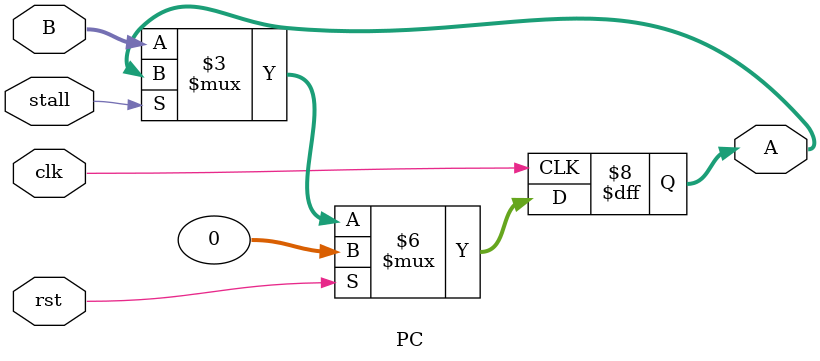
<source format=sv>
module PC
(
    input  logic        clk, 
    input  logic        rst, 
    input  logic        stall, 
    input  logic [31:0] B, 
    output logic [31:0] A
    
);
    always_ff @(posedge clk) begin
    	if (rst) A<= 0;
    	else if (~stall) A <= B;
    end
endmodule
</source>
